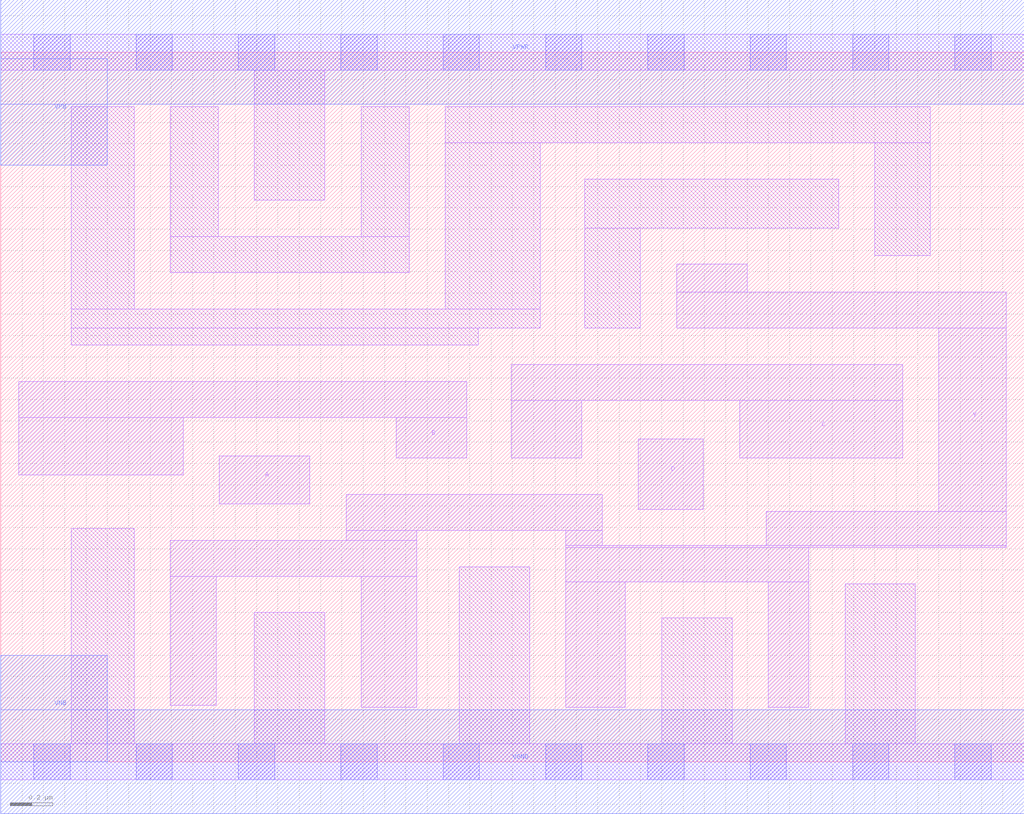
<source format=lef>
# Copyright 2020 The SkyWater PDK Authors
#
# Licensed under the Apache License, Version 2.0 (the "License");
# you may not use this file except in compliance with the License.
# You may obtain a copy of the License at
#
#     https://www.apache.org/licenses/LICENSE-2.0
#
# Unless required by applicable law or agreed to in writing, software
# distributed under the License is distributed on an "AS IS" BASIS,
# WITHOUT WARRANTIES OR CONDITIONS OF ANY KIND, either express or implied.
# See the License for the specific language governing permissions and
# limitations under the License.
#
# SPDX-License-Identifier: Apache-2.0

VERSION 5.5 ;
NAMESCASESENSITIVE ON ;
BUSBITCHARS "[]" ;
DIVIDERCHAR "/" ;
MACRO sky130_fd_sc_lp__nor4_2
  CLASS CORE ;
  SOURCE USER ;
  ORIGIN  0.000000  0.000000 ;
  SIZE  4.800000 BY  3.330000 ;
  SYMMETRY X Y R90 ;
  SITE unit ;
  PIN A
    ANTENNAGATEAREA  0.630000 ;
    DIRECTION INPUT ;
    USE SIGNAL ;
    PORT
      LAYER li1 ;
        RECT 1.025000 1.210000 1.450000 1.435000 ;
    END
  END A
  PIN B
    ANTENNAGATEAREA  0.630000 ;
    DIRECTION INPUT ;
    USE SIGNAL ;
    PORT
      LAYER li1 ;
        RECT 0.085000 1.345000 0.855000 1.615000 ;
        RECT 0.085000 1.615000 2.185000 1.785000 ;
        RECT 1.855000 1.425000 2.185000 1.615000 ;
    END
  END B
  PIN C
    ANTENNAGATEAREA  0.630000 ;
    DIRECTION INPUT ;
    USE SIGNAL ;
    PORT
      LAYER li1 ;
        RECT 2.395000 1.425000 2.725000 1.695000 ;
        RECT 2.395000 1.695000 4.230000 1.865000 ;
        RECT 3.465000 1.425000 4.230000 1.695000 ;
    END
  END C
  PIN D
    ANTENNAGATEAREA  0.630000 ;
    DIRECTION INPUT ;
    USE SIGNAL ;
    PORT
      LAYER li1 ;
        RECT 2.990000 1.185000 3.295000 1.515000 ;
    END
  END D
  PIN Y
    ANTENNADIFFAREA  1.293600 ;
    DIRECTION OUTPUT ;
    USE SIGNAL ;
    PORT
      LAYER li1 ;
        RECT 0.795000 0.265000 1.010000 0.870000 ;
        RECT 0.795000 0.870000 1.950000 1.040000 ;
        RECT 1.620000 1.040000 1.950000 1.085000 ;
        RECT 1.620000 1.085000 2.820000 1.255000 ;
        RECT 1.690000 0.255000 1.950000 0.870000 ;
        RECT 2.650000 0.255000 2.930000 0.845000 ;
        RECT 2.650000 0.845000 3.790000 1.005000 ;
        RECT 2.650000 1.005000 4.715000 1.015000 ;
        RECT 2.650000 1.015000 2.820000 1.085000 ;
        RECT 3.170000 2.035000 4.715000 2.205000 ;
        RECT 3.170000 2.205000 3.500000 2.335000 ;
        RECT 3.590000 1.015000 4.715000 1.175000 ;
        RECT 3.600000 0.255000 3.790000 0.845000 ;
        RECT 4.400000 1.175000 4.715000 2.035000 ;
    END
  END Y
  PIN VGND
    DIRECTION INOUT ;
    USE GROUND ;
    PORT
      LAYER met1 ;
        RECT 0.000000 -0.245000 4.800000 0.245000 ;
    END
  END VGND
  PIN VNB
    DIRECTION INOUT ;
    USE GROUND ;
    PORT
    END
  END VNB
  PIN VPB
    DIRECTION INOUT ;
    USE POWER ;
    PORT
    END
  END VPB
  PIN VNB
    DIRECTION INOUT ;
    USE GROUND ;
    PORT
      LAYER met1 ;
        RECT 0.000000 0.000000 0.500000 0.500000 ;
    END
  END VNB
  PIN VPB
    DIRECTION INOUT ;
    USE POWER ;
    PORT
      LAYER met1 ;
        RECT 0.000000 2.800000 0.500000 3.300000 ;
    END
  END VPB
  PIN VPWR
    DIRECTION INOUT ;
    USE POWER ;
    PORT
      LAYER met1 ;
        RECT 0.000000 3.085000 4.800000 3.575000 ;
    END
  END VPWR
  OBS
    LAYER li1 ;
      RECT 0.000000 -0.085000 4.800000 0.085000 ;
      RECT 0.000000  3.245000 4.800000 3.415000 ;
      RECT 0.330000  0.085000 0.625000 1.095000 ;
      RECT 0.330000  1.955000 2.240000 2.035000 ;
      RECT 0.330000  2.035000 2.530000 2.125000 ;
      RECT 0.330000  2.125000 0.625000 3.075000 ;
      RECT 0.795000  2.295000 1.915000 2.465000 ;
      RECT 0.795000  2.465000 1.020000 3.075000 ;
      RECT 1.190000  0.085000 1.520000 0.700000 ;
      RECT 1.190000  2.635000 1.520000 3.245000 ;
      RECT 1.690000  2.465000 1.915000 3.075000 ;
      RECT 2.085000  2.125000 2.530000 2.905000 ;
      RECT 2.085000  2.905000 4.360000 3.075000 ;
      RECT 2.150000  0.085000 2.480000 0.915000 ;
      RECT 2.740000  2.035000 3.000000 2.505000 ;
      RECT 2.740000  2.505000 3.930000 2.735000 ;
      RECT 3.100000  0.085000 3.430000 0.675000 ;
      RECT 3.960000  0.085000 4.290000 0.835000 ;
      RECT 4.100000  2.375000 4.360000 2.905000 ;
    LAYER mcon ;
      RECT 0.155000 -0.085000 0.325000 0.085000 ;
      RECT 0.155000  3.245000 0.325000 3.415000 ;
      RECT 0.635000 -0.085000 0.805000 0.085000 ;
      RECT 0.635000  3.245000 0.805000 3.415000 ;
      RECT 1.115000 -0.085000 1.285000 0.085000 ;
      RECT 1.115000  3.245000 1.285000 3.415000 ;
      RECT 1.595000 -0.085000 1.765000 0.085000 ;
      RECT 1.595000  3.245000 1.765000 3.415000 ;
      RECT 2.075000 -0.085000 2.245000 0.085000 ;
      RECT 2.075000  3.245000 2.245000 3.415000 ;
      RECT 2.555000 -0.085000 2.725000 0.085000 ;
      RECT 2.555000  3.245000 2.725000 3.415000 ;
      RECT 3.035000 -0.085000 3.205000 0.085000 ;
      RECT 3.035000  3.245000 3.205000 3.415000 ;
      RECT 3.515000 -0.085000 3.685000 0.085000 ;
      RECT 3.515000  3.245000 3.685000 3.415000 ;
      RECT 3.995000 -0.085000 4.165000 0.085000 ;
      RECT 3.995000  3.245000 4.165000 3.415000 ;
      RECT 4.475000 -0.085000 4.645000 0.085000 ;
      RECT 4.475000  3.245000 4.645000 3.415000 ;
  END
END sky130_fd_sc_lp__nor4_2
END LIBRARY

</source>
